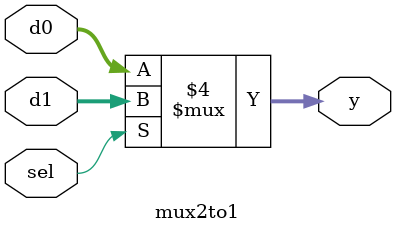
<source format=v>
`timescale 1 ns / 1 ps
module mux2to1(input [15:0] d0, d1,
		input sel,
		output reg [15:0]  y);

always@(d0 or d1 or sel)
begin
	if(sel == 0)
		y <= d0;
	else
		y <= d1;
end
endmodule
</source>
